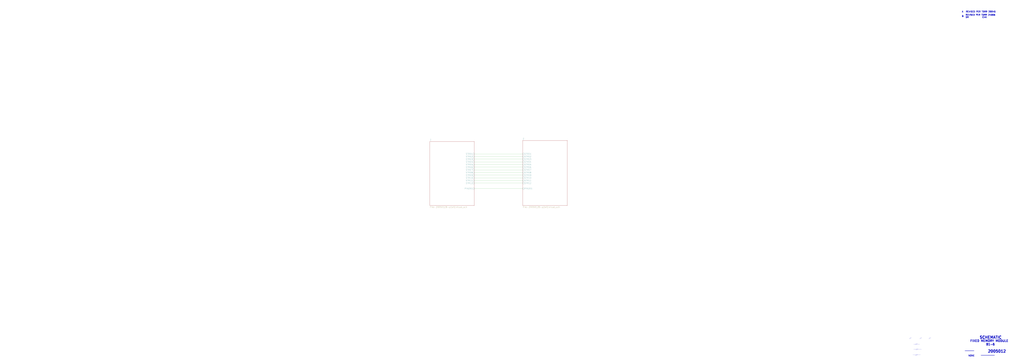
<source format=kicad_sch>
(kicad_sch (version 20211123) (generator eeschema)
  (paper "User" 2438.4 863.6)
  (lib_symbols)
  (wire (pts (xy 1129.665 411.48) (xy 1244.6 411.48)))
  (wire (pts (xy 1129.665 398.78) (xy 1244.6 398.78)))
  (polyline (pts (xy 2181.733 822.2996) (xy 2184.908 818.4896)) (stroke (width 0) (type solid)))
  (polyline (pts (xy 2173.478 846.4296) (xy 2191.893 846.4296)) (stroke (width 0) (type solid)))
  (wire (pts (xy 1129.665 417.83) (xy 1244.6 417.83)))
  (wire (pts (xy 1129.665 373.38) (xy 1244.6 373.38)))
  (wire (pts (xy 1129.665 392.43) (xy 1244.6 392.43)))
  (wire (pts (xy 1129.665 367.03) (xy 1244.6 367.03)))
  (wire (pts (xy 1129.665 379.73) (xy 1244.6 379.73)))
  (polyline (pts (xy 2181.733 848.3346) (xy 2185.543 844.5246)) (stroke (width 0) (type solid)))
  (polyline (pts (xy 2179.193 822.2996) (xy 2182.368 818.4896)) (stroke (width 0) (type solid)))
  (polyline (pts (xy 2175.383 833.0946) (xy 2194.433 833.0946)) (stroke (width 0) (type solid)))
  (polyline (pts (xy 2165.223 808.3296) (xy 2168.398 804.5196)) (stroke (width 0) (type solid)))
  (polyline (pts (xy 2189.988 808.3296) (xy 2193.163 804.5196)) (stroke (width 0) (type solid)))
  (polyline (pts (xy 2179.193 848.3346) (xy 2183.003 844.5246)) (stroke (width 0) (type solid)))
  (polyline (pts (xy 2183.003 834.9996) (xy 2186.178 831.1896)) (stroke (width 0) (type solid)))
  (polyline (pts (xy 2213.483 808.3296) (xy 2216.658 804.5196)) (stroke (width 0) (type solid)))
  (polyline (pts (xy 2175.383 820.3946) (xy 2189.988 820.3946)) (stroke (width 0) (type solid)))
  (wire (pts (xy 1129.665 405.13) (xy 1244.6 405.13)))
  (wire (pts (xy 1129.665 449.58) (xy 1244.6 449.58)))
  (wire (pts (xy 1129.665 430.53) (xy 1244.6 430.53)))
  (wire (pts (xy 1129.665 424.18) (xy 1244.6 424.18)))
  (wire (pts (xy 1129.665 436.88) (xy 1244.6 436.88)))
  (polyline (pts (xy 2180.463 834.9996) (xy 2183.638 831.1896)) (stroke (width 0) (type solid)))
  (polyline (pts (xy 2211.578 808.3296) (xy 2214.753 804.5196)) (stroke (width 0) (type solid)))
  (polyline (pts (xy 2191.893 808.3296) (xy 2195.068 804.5196)) (stroke (width 0) (type solid)))
  (polyline (pts (xy 2167.128 808.3296) (xy 2170.303 804.5196)) (stroke (width 0) (type solid)))
  (wire (pts (xy 1129.665 386.08) (xy 1244.6 386.08)))
  (text "B" (at 2290.1402 40.9194 0) (effects (font (size 3.556 3.556) (thickness 0.7112) bold) (justify left bottom)))
  (text "________" (at 2297.303 836.9046 0) (effects (font (size 3.556 3.556) (thickness 0.7112) bold) (justify left bottom)))
  (text "FIXED MEMORY MODULE" (at 2310.003 815.9496 0) (effects (font (size 5.08 5.08) (thickness 1.016) bold) (justify left bottom)))
  (text "2005012" (at 2351.913 841.3496 0) (effects (font (size 6.35 6.35) (thickness 1.27) bold) (justify left bottom)))
  (text "REVISED PER TDRR 24006\nDR            CHK" (at 2299.0302 43.4594 0) (effects (font (size 3.556 3.556) (thickness 0.7112) bold) (justify left bottom)))
  (text "A" (at 2290.1402 30.1244 0) (effects (font (size 3.556 3.556) (thickness 0.7112) bold) (justify left bottom)))
  (text "NONE" (at 2305.558 850.2396 0) (effects (font (size 3.556 3.556) (thickness 0.7112) bold) (justify left bottom)))
  (text "B1—6" (at 2347.468 824.2046 0) (effects (font (size 5.08 5.08) (thickness 1.016) bold) (justify left bottom)))
  (text "SCHEMATIC" (at 2332.228 808.3296 0) (effects (font (size 6.35 6.35) (thickness 1.27) bold) (justify left bottom)))
  (text "REVISED PER TDRR 20045" (at 2299.6652 30.1244 0) (effects (font (size 3.556 3.556) (thickness 0.7112) bold) (justify left bottom)))
  (text "____________" (at 2335.403 847.6996 0) (effects (font (size 3.556 3.556) (thickness 0.7112) bold) (justify left bottom)))
  (sheet (at 1023.62 337.185) (size 106.045 153.035)
    (property "Sheet name" "1" (at 1023.62 335.3304 0) (effects (font (size 3.556 3.556)) (justify left bottom)))
    (property "Sheet file" "2005012B-p1of2.kicad_sch" (at 1023.62 491.719 0) (effects (font (size 3.556 3.556)) (justify left top)))
    (pin "PIN201" passive (at 1129.665 449.58 0) (effects (font (size 3.556 3.556))))
    (pin "STR07" passive (at 1129.665 405.13 0) (effects (font (size 3.556 3.556))))
    (pin "STR08" passive (at 1129.665 411.48 0) (effects (font (size 3.556 3.556))))
    (pin "STR09" passive (at 1129.665 417.83 0) (effects (font (size 3.556 3.556))))
    (pin "STR10" passive (at 1129.665 424.18 0) (effects (font (size 3.556 3.556))))
    (pin "STR11" passive (at 1129.665 430.53 0) (effects (font (size 3.556 3.556))))
    (pin "STR12" passive (at 1129.665 436.88 0) (effects (font (size 3.556 3.556))))
    (pin "STR01" passive (at 1129.665 367.03 0) (effects (font (size 3.556 3.556))))
    (pin "STR02" passive (at 1129.665 373.38 0) (effects (font (size 3.556 3.556))))
    (pin "STR03" passive (at 1129.665 379.73 0) (effects (font (size 3.556 3.556))))
    (pin "STR04" passive (at 1129.665 386.08 0) (effects (font (size 3.556 3.556))))
    (pin "STR05" passive (at 1129.665 392.43 0) (effects (font (size 3.556 3.556))))
    (pin "STR06" passive (at 1129.665 398.78 0) (effects (font (size 3.556 3.556))))
  )
  (sheet (at 1244.6 334.645) (size 106.68 155.575)
    (property "Sheet name" "2" (at 1244.6 332.7904 0) (effects (font (size 3.556 3.556)) (justify left bottom)))
    (property "Sheet file" "2005012B-p2of2.kicad_sch" (at 1244.6 491.719 0) (effects (font (size 3.556 3.556)) (justify left top)))
    (pin "STR01" passive (at 1244.6 367.03 180) (effects (font (size 3.556 3.556))))
    (pin "STR02" passive (at 1244.6 373.38 180) (effects (font (size 3.556 3.556))))
    (pin "STR03" passive (at 1244.6 379.73 180) (effects (font (size 3.556 3.556))))
    (pin "STR04" passive (at 1244.6 386.08 180) (effects (font (size 3.556 3.556))))
    (pin "STR05" passive (at 1244.6 392.43 180) (effects (font (size 3.556 3.556))))
    (pin "STR06" passive (at 1244.6 398.78 180) (effects (font (size 3.556 3.556))))
    (pin "STR07" passive (at 1244.6 405.13 180) (effects (font (size 3.556 3.556))))
    (pin "STR08" passive (at 1244.6 411.48 180) (effects (font (size 3.556 3.556))))
    (pin "STR09" passive (at 1244.6 417.83 180) (effects (font (size 3.556 3.556))))
    (pin "STR10" passive (at 1244.6 424.18 180) (effects (font (size 3.556 3.556))))
    (pin "STR11" passive (at 1244.6 430.53 180) (effects (font (size 3.556 3.556))))
    (pin "STR12" passive (at 1244.6 436.88 180) (effects (font (size 3.556 3.556))))
    (pin "PIN201" passive (at 1244.6 449.58 180) (effects (font (size 3.556 3.556))))
  )
)
</source>
